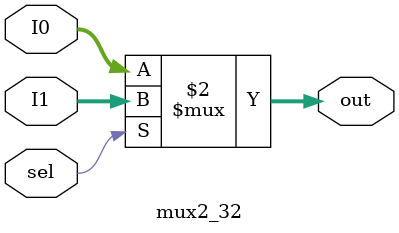
<source format=v>
`timescale 1ns / 1ps

//32-bit 2to1 mux
module mux2_32 (I0,I1,sel,out );

    input [31:0] I0,I1;
    input sel;
    output [31:0]out;
    
    assign out = (sel == 1'b0) ? I0 : I1;

endmodule

</source>
